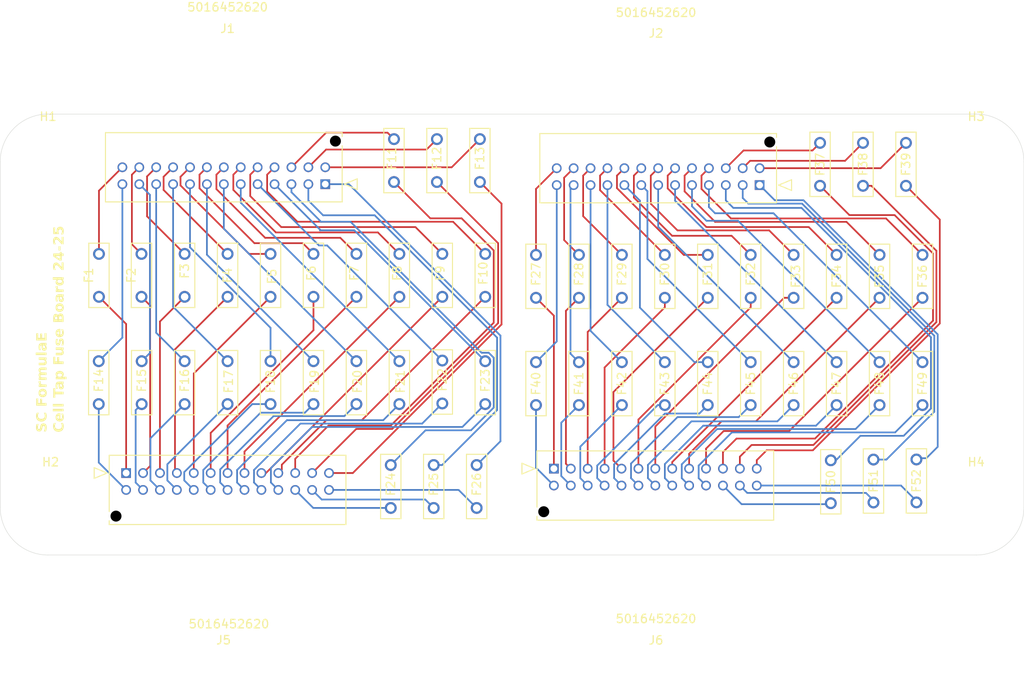
<source format=kicad_pcb>
(kicad_pcb (version 20240108) (generator "pcbnew") (generator_version "8.0")
  (layers (0 "F.Cu" signal) (31 "B.Cu" signal) (34 "B.Paste" user) (35 "F.Paste" user) (36 "B.SilkS" user "B.Silkscreen") (37 "F.SilkS" user "F.Silkscreen") (38 "B.Mask" user) (39 "F.Mask" user) (44 "Edge.Cuts" user))
  (net 0 "")
  (net 1 "Net-(J6-Pin_1)")
  (net 2 "Net-(J6-Pin_23)")
  (net 3 "Net-(J6-Pin_24)")
  (net 4 "Net-(J6-Pin_25)")
  (net 5 "Net-(J6-Pin_26)")
  (net 6 "Net-(J5-Pin_23)")
  (net 7 "Net-(J5-Pin_24)")
  (net 8 "Net-(J5-Pin_25)")
  (net 9 "Net-(J5-Pin_26)")
  (net 10 "Net-(J1-Pin_1)")
  (net 11 "Net-(J1-Pin_2)")
  (net 12 "Net-(J1-Pin_3)")
  (net 13 "Net-(J1-Pin_4)")
  (net 14 "Net-(J1-Pin_5)")
  (net 15 "Net-(J1-Pin_6)")
  (net 16 "Net-(J1-Pin_7)")
  (net 17 "Net-(J1-Pin_8)")
  (net 18 "Net-(J1-Pin_9)")
  (net 19 "Net-(J1-Pin_10)")
  (net 20 "Net-(J1-Pin_11)")
  (net 21 "Net-(J1-Pin_12)")
  (net 22 "Net-(J1-Pin_13)")
  (net 23 "Net-(J1-Pin_14)")
  (net 24 "Net-(J1-Pin_15)")
  (net 25 "Net-(J1-Pin_16)")
  (net 26 "Net-(J1-Pin_17)")
  (net 27 "Net-(J1-Pin_18)")
  (net 28 "Net-(J1-Pin_19)")
  (net 29 "Net-(J1-Pin_20)")
  (net 30 "Net-(J1-Pin_21)")
  (net 31 "Net-(J1-Pin_22)")
  (net 32 "Net-(J2-Pin_1)")
  (net 33 "Net-(J2-Pin_2)")
  (net 34 "Net-(J2-Pin_3)")
  (net 35 "Net-(J2-Pin_4)")
  (net 36 "Net-(J2-Pin_5)")
  (net 37 "Net-(J2-Pin_6)")
  (net 38 "Net-(J2-Pin_7)")
  (net 39 "Net-(J2-Pin_8)")
  (net 40 "Net-(J2-Pin_9)")
  (net 41 "Net-(J2-Pin_10)")
  (net 42 "Net-(J2-Pin_11)")
  (net 43 "Net-(J2-Pin_12)")
  (net 44 "Net-(J2-Pin_13)")
  (net 45 "Net-(J2-Pin_14)")
  (net 46 "Net-(J2-Pin_15)")
  (net 47 "Net-(J2-Pin_16)")
  (net 48 "Net-(J2-Pin_17)")
  (net 49 "Net-(J2-Pin_18)")
  (net 50 "Net-(J2-Pin_19)")
  (net 51 "Net-(J2-Pin_20)")
  (net 52 "Net-(J2-Pin_21)")
  (net 53 "Net-(J2-Pin_22)")
  (net 54 "Net-(J5-Pin_1)")
  (net 55 "Net-(J5-Pin_2)")
  (net 56 "Net-(J5-Pin_3)")
  (net 57 "Net-(J5-Pin_4)")
  (net 58 "Net-(J5-Pin_5)")
  (net 59 "Net-(J5-Pin_6)")
  (net 60 "Net-(J5-Pin_7)")
  (net 61 "Net-(J5-Pin_8)")
  (net 62 "Net-(J5-Pin_9)")
  (net 63 "Net-(J5-Pin_10)")
  (net 64 "Net-(J5-Pin_11)")
  (net 65 "Net-(J5-Pin_12)")
  (net 66 "Net-(J5-Pin_13)")
  (net 67 "Net-(J5-Pin_14)")
  (net 68 "Net-(J5-Pin_15)")
  (net 69 "Net-(J5-Pin_16)")
  (net 70 "Net-(J5-Pin_17)")
  (net 71 "Net-(J5-Pin_18)")
  (net 72 "Net-(J5-Pin_19)")
  (net 73 "Net-(J5-Pin_20)")
  (net 74 "Net-(J5-Pin_21)")
  (net 75 "Net-(J5-Pin_22)")
  (net 76 "Net-(J6-Pin_2)")
  (net 77 "Net-(J6-Pin_3)")
  (net 78 "Net-(J6-Pin_4)")
  (net 79 "Net-(J6-Pin_5)")
  (net 80 "Net-(J6-Pin_6)")
  (net 81 "Net-(J6-Pin_7)")
  (net 82 "Net-(J6-Pin_8)")
  (net 83 "Net-(J6-Pin_9)")
  (net 84 "Net-(J6-Pin_10)")
  (net 85 "Net-(J6-Pin_11)")
  (net 86 "Net-(J6-Pin_12)")
  (net 87 "Net-(J6-Pin_13)")
  (net 88 "Net-(J6-Pin_14)")
  (net 89 "Net-(J6-Pin_15)")
  (net 90 "Net-(J6-Pin_16)")
  (net 91 "Net-(J6-Pin_17)")
  (net 92 "Net-(J6-Pin_18)")
  (net 93 "Net-(J6-Pin_19)")
  (net 94 "Net-(J6-Pin_20)")
  (net 95 "Net-(J6-Pin_21)")
  (net 96 "Net-(J6-Pin_22)")
  (net 97 "Net-(J2-Pin_23)")
  (net 98 "Net-(J2-Pin_24)")
  (net 99 "Net-(J2-Pin_25)")
  (net 100 "Net-(J2-Pin_26)")
  (net 101 "Net-(J1-Pin_23)")
  (net 102 "Net-(J1-Pin_24)")
  (net 103 "Net-(J1-Pin_25)")
  (net 104 "Net-(J1-Pin_26)")
  (footprint "BK_PCS:FUSE_BK_PCS" (layer "F.Cu") (at 131.96 79.46 -90)
    (property "Reference" "F33")
    (property "Value" "Fuse")
  )
  (footprint "BK_PCS:FUSE_BK_PCS" (layer "F.Cu") (at 84.681999 65.756 -90)
    (property "Reference" "F11")
    (property "Value" "Fuse" (hide yes))
  )
  (footprint "BK_PCS:FUSE_BK_PCS" (layer "F.Cu") (at 75.156999 92.045 -90)
    (property "Reference" "F19")
    (property "Value" "Fuse" (hide yes))
  )
  (footprint "BK_PCS:FUSE_BK_PCS" (layer "F.Cu") (at 126.88 92.16 -90)
    (property "Reference" "F45")
    (property "Value" "Fuse")
  )
  (footprint "BK_PCS:FUSE_BK_PCS" (layer "F.Cu") (at 70.076999 92.045 -90)
    (property "Reference" "F18")
    (property "Value" "Fuse" (hide yes))
  )
  (footprint "BK_PCS:FUSE_BK_PCS" (layer "F.Cu") (at 95.476999 79.345 -90)
    (property "Reference" "F10")
    (property "Value" "Fuse" (hide yes))
  )
  (footprint "BK_PCS:FUSE_BK_PCS" (layer "F.Cu") (at 49.782399 79.345 -90)
    (property "Reference" "F1")
    (property "Value" "Fuse")
  )
  (footprint "BK_PCS:FUSE_BK_PCS" (layer "F.Cu") (at 54.836999 92.045 -90)
    (property "Reference" "F15")
    (property "Value" "Fuse" (hide yes))
  )
  (footprint "BK_PCS:FUSE_BK_PCS" (layer "F.Cu") (at 49.756999 92.045 -90)
    (property "Reference" "F14")
    (property "Value" "Fuse" (hide yes))
  )
  (footprint "BK_PCS:FUSE_BK_PCS" (layer "F.Cu") (at 75.156999 79.345 -90)
    (property "Reference" "F6")
    (property "Value" "Fuse" (hide yes))
  )
  (footprint "BK_PCS:FUSE_BK_PCS" (layer "F.Cu") (at 121.8 92.16 -90)
    (property "Reference" "F44")
    (property "Value" "Fuse" (hide yes))
  )
  (footprint "BK_PCS:FUSE_BK_PCS" (layer "F.Cu") (at 101.48 92.16 -90)
    (property "Reference" "F40")
    (property "Value" "Fuse" (hide yes))
  )
  (footprint "BK_PCS:FUSE_BK_PCS" (layer "F.Cu") (at 140.1642 66.2012 -90)
    (property "Reference" "F38")
    (property "Value" "Fuse" (hide yes))
  )
  (footprint "MountingHole:MountingHole_4.3mm_M4" (layer "F.Cu") (at 44.054999 106.75)
    (property "Reference" "H2")
    (property "Value" "MountingHole")
  )
  (footprint "BK_PCS:FUSE_BK_PCS" (layer "F.Cu") (at 131.96 92.16 -90)
    (property "Reference" "F46")
    (property "Value" "Fuse")
  )
  (footprint "BK_PCS:FUSE_BK_PCS" (layer "F.Cu") (at 90.396999 91.9688 -90)
    (property "Reference" "F22")
    (property "Value" "Fuse" (hide yes))
  )
  (footprint "BK_PCS:FUSE_BK_PCS" (layer "F.Cu") (at 84.300999 104.3386 -90)
    (property "Reference" "F24")
    (property "Value" "Fuse")
  )
  (footprint "BK_PCS:FUSE_BK_PCS" (layer "F.Cu") (at 106.56 79.46 -90)
    (property "Reference" "F28")
    (property "Value" "Fuse")
  )
  (footprint "Connector_Molex:CON_5016452620_MOL" (layer "F.Cu") (at 103.5958 102.224999)
    (property "Reference" "J6")
    (property "Value" "5016452620")
  )
  (footprint "BK_PCS:FUSE_BK_PCS" (layer "F.Cu") (at 126.88 79.46 -90)
    (property "Reference" "F32")
    (property "Value" "Fuse")
  )
  (footprint "BK_PCS:FUSE_BK_PCS" (layer "F.Cu") (at 147.2 92.16 -90)
    (property "Reference" "F49")
    (property "Value" "Fuse")
  )
  (footprint "BK_PCS:FUSE_BK_PCS" (layer "F.Cu") (at 111.64 79.46 -90)
    (property "Reference" "F29")
    (property "Value" "Fuse")
  )
  (footprint "BK_PCS:FUSE_BK_PCS" (layer "F.Cu") (at 94.460999 104.3386 -90)
    (property "Reference" "F26")
    (property "Value" "Fuse")
  )
  (footprint "Connector_Molex:CON_5016452620_MOL" (layer "F.Cu") (at 52.997 102.744999)
    (property "Reference" "J5")
    (property "Value" "5016452620")
  )
  (footprint "BK_PCS:FUSE_BK_PCS" (layer "F.Cu") (at 136.3542 103.7804 -90)
    (property "Reference" "F50")
    (property "Value" "Fuse")
  )
  (footprint "BK_PCS:FUSE_BK_PCS" (layer "F.Cu") (at 116.72 92.16 -90)
    (property "Reference" "F43")
    (property "Value" "Fuse" (hide yes))
  )
  (footprint "MountingHole:MountingHole_4.3mm_M4" (layer "F.Cu") (at 43.754999 65.85)
    (property "Reference" "H1")
    (property "Value" "MountingHole")
  )
  (footprint "BK_PCS:FUSE_BK_PCS" (layer "F.Cu") (at 85.316999 79.345 -90)
    (property "Reference" "F8")
    (property "Value" "Fuse" (hide yes))
  )
  (footprint "BK_PCS:FUSE_BK_PCS" (layer "F.Cu") (at 54.811599 79.345 -90)
    (property "Reference" "F2")
    (property "Value" "Fuse")
  )
  (footprint "MountingHole:MountingHole_4.3mm_M4" (layer "F.Cu") (at 153.55 65.85)
    (property "Reference" "H3")
    (property "Value" "MountingHole")
  )
  (footprint "BK_PCS:FUSE_BK_PCS" (layer "F.Cu") (at 111.64 92.16 -90)
    (property "Reference" "F42")
    (property "Value" "Fuse" (hide yes))
  )
  (footprint "BK_PCS:FUSE_BK_PCS" (layer "F.Cu") (at 137.04 92.16 -90)
    (property "Reference" "F47")
    (property "Value" "Fuse")
  )
  (footprint "BK_PCS:FUSE_BK_PCS" (layer "F.Cu") (at 101.48 79.46 -90)
    (property "Reference" "F27")
    (property "Value" "Fuse")
  )
  (footprint "BK_PCS:FUSE_BK_PCS" (layer "F.Cu") (at 64.996999 79.345 -90)
    (property "Reference" "F4")
    (property "Value" "Fuse")
  )
  (footprint "BK_PCS:FUSE_BK_PCS" (layer "F.Cu") (at 89.380999 104.3386 -90)
    (property "Reference" "F25")
    (property "Value" "Fuse")
  )
  (footprint "BK_PCS:FUSE_BK_PCS" (layer "F.Cu") (at 116.72 79.46 -90)
    (property "Reference" "F30")
    (property "Value" "Fuse")
  )
  (footprint "Connector_Molex:CON_5016452620_MOL" (layer "F.Cu") (at 76.552 68.55 180)
    (property "Reference" "J1")
    (property "Value" "5016452620")
  )
  (footprint "BK_PCS:FUSE_BK_PCS" (layer "F.Cu") (at 142.12 79.46 -90)
    (property "Reference" "F35")
    (property "Value" "Fuse" (hide yes))
  )
  (footprint "BK_PCS:FUSE_BK_PCS" (layer "F.Cu") (at 137.04 79.46 -90)
    (property "Reference" "F34")
    (property "Value" "Fuse")
  )
  (footprint "BK_PCS:FUSE_BK_PCS" (layer "F.Cu") (at 106.56 92.16 -90)
    (property "Reference" "F41")
    (property "Value" "Fuse" (hide yes))
  )
  (footprint "BK_PCS:FUSE_BK_PCS" (layer "F.Cu") (at 141.4016 103.6904 -90)
    (property "Reference" "F51")
    (property "Value" "Fuse")
  )
  (footprint "Connector_Molex:CON_5016452620_MOL" (layer "F.Cu") (at 127.9336 68.658401 180)
    (property "Reference" "J2")
    (property "Value" "5016452620")
  )
  (footprint "BK_PCS:FUSE_BK_PCS" (layer "F.Cu") (at 135.0842 66.2012 -90)
    (property "Reference" "F37")
    (property "Value" "Fuse" (hide yes))
  )
  (footprint "BK_PCS:FUSE_BK_PCS" (layer "F.Cu") (at 85.316999 92.045 -90)
    (property "Reference" "F21")
    (property "Value" "Fuse" (hide yes))
  )
  (footprint "BK_PCS:FUSE_BK_PCS" (layer "F.Cu") (at 121.8 79.46 -90)
    (property "Reference" "F31")
    (property "Value" "Fuse")
  )
  (footprint "BK_PCS:FUSE_BK_PCS" (layer "F.Cu") (at 147.2 79.46 -90)
    (property "Reference" "F36")
    (property "Value" "Fuse" (hide yes))
  )
  (footprint "MountingHole:MountingHole_4.3mm_M4" (layer "F.Cu") (at 153.55 106.75)
    (property "Reference" "H4")
    (property "Value" "MountingHole")
  )
  (footprint "BK_PCS:FUSE_BK_PCS" (layer "F.Cu") (at 146.4816 103.6804 -90)
    (property "Reference" "F52")
    (property "Value" "Fuse")
  )
  (footprint "BK_PCS:FUSE_BK_PCS" (layer "F.Cu") (at 70.076999 79.345 -90)
    (property "Reference" "F5")
    (property "Value" "Fuse" (hide yes))
  )
  (footprint "BK_PCS:FUSE_BK_PCS" (layer "F.Cu") (at 94.841999 65.756 -90)
    (property "Reference" "F13")
    (property "Value" "Fuse" (hide yes))
  )
  (footprint "BK_PCS:FUSE_BK_PCS" (layer "F.Cu") (at 80.236999 79.345 -90)
    (property "Reference" "F7")
    (property "Value" "Fuse" (hide yes))
  )
  (footprint "BK_PCS:FUSE_BK_PCS" (layer "F.Cu") (at 59.916999 92.045 -90)
    (property "Reference" "F16")
    (property "Value" "Fuse" (hide yes))
  )
  (footprint "BK_PCS:FUSE_BK_PCS" (layer "F.Cu") (at 90.396999 79.345 -90)
    (property "Reference" "F9")
    (property "Value" "Fuse" (hide yes))
  )
  (footprint "BK_PCS:FUSE_BK_PCS" (layer "F.Cu") (at 59.916999 79.345 -90)
    (property "Reference" "F3")
    (property "Value" "Fuse")
  )
  (footprint "BK_PCS:FUSE_BK_PCS" (layer "F.Cu") (at 64.996999 92.045 -90)
    (property "Reference" "F17")
    (property "Value" "Fuse" (hide yes))
  )
  (footprint "BK_PCS:FUSE_BK_PCS" (layer "F.Cu") (at 145.2442 66.2012 -90)
    (property "Reference" "F39")
    (property "Value" "Fuse" (hide yes))
  )
  (footprint "BK_PCS:FUSE_BK_PCS" (layer "F.Cu") (at 89.761999 65.756 -90)
    (property "Reference" "F12")
    (property "Value" "Fuse" (hide yes))
  )
  (footprint "BK_PCS:FUSE_BK_PCS" (layer "F.Cu") (at 142.12 92.16 -90)
    (property "Reference" "F48")
    (property "Value" "Fuse")
  )
  (footprint "BK_PCS:FUSE_BK_PCS" (layer "F.Cu") (at 80.236999 92.045 -90)
    (property "Reference" "F20")
    (property "Value" "Fuse" (hide yes))
  )
  (footprint "BK_PCS:FUSE_BK_PCS" (layer "F.Cu") (at 95.476999 92.045 -90)
    (property "Reference" "F23")
    (property "Value" "Fuse")
  )
  (gr_arc (start 153.55 60.25) (mid 157.545153 61.904847) (end 159.2 65.9) (stroke (width 0.05)) (layer "Edge.Cuts"))
  (gr_line (start 153.55 60.25) (end 43.75 60.25) (stroke (width 0.05)) (layer "Edge.Cuts"))
  (gr_arc (start 159.2 106.8) (mid 157.545153 110.795153) (end 153.55 112.45) (stroke (width 0.05)) (layer "Edge.Cuts"))
  (gr_line (start 38.1 65.9) (end 38.1 106.8) (stroke (width 0.05)) (layer "Edge.Cuts"))
  (gr_line (start 159.2 65.9) (end 159.2 106.8) (stroke (width 0.05)) (layer "Edge.Cuts"))
  (gr_arc (start 38.1 65.9) (mid 39.754847 61.904847) (end 43.75 60.25) (stroke (width 0.05)) (layer "Edge.Cuts"))
  (gr_line (start 43.75 112.45) (end 153.55 112.45) (stroke (width 0.05)) (layer "Edge.Cuts"))
  (gr_arc (start 43.75 112.45) (mid 39.754847 110.795153) (end 38.1 106.8) (stroke (width 0.05)) (layer "Edge.Cuts"))
  (gr_text "SC FormulaE\nCell Tap Fuse Board 24-25" (at 45.8 97.95 90) (layer "F.SilkS") (effects (font (size 1.2 1.2) (thickness 0.24) (bold yes)) (justify left bottom)))
  (segment (start 103.5958 102.224999) (end 103.5958 84.1158) (width 0.2) (layer "F.Cu") (net 1))
  (segment (start 103.5958 84.1158) (end 101.48 82) (width 0.2) (layer "F.Cu") (net 1))
  (segment (start 120.7208 103.35) (end 120.7208 101.862562) (width 0.2) (layer "B.Cu") (net 2))
  (segment (start 120.7208 101.862562) (end 124.644962 97.9384) (width 0.2) (layer "B.Cu") (net 2))
  (segment (start 124.644962 97.9384) (end 143.9616 97.9384) (width 0.2) (layer "B.Cu") (net 2))
  (segment (start 121.5958 104.225) (end 120.7208 103.35) (width 0.2) (layer "B.Cu") (net 2))
  (segment (start 143.9616 97.9384) (end 147.2 94.7) (width 0.2) (layer "B.Cu") (net 2))
  (segment (start 135.8672 106.4304) (end 136.3542 106.9174) (width 0.2) (layer "B.Cu") (net 3))
  (segment (start 125.801201 106.4304) (end 135.8672 106.4304) (width 0.2) (layer "B.Cu") (net 3))
  (segment (start 123.595801 104.225) (end 125.801201 106.4304) (width 0.2) (layer "B.Cu") (net 3))
  (segment (start 140.5112 105.1) (end 141.4342 106.023) (width 0.2) (layer "B.Cu") (net 4))
  (segment (start 126.470799 105.1) (end 140.5112 105.1) (width 0.2) (layer "B.Cu") (net 4))
  (segment (start 125.595799 104.225) (end 126.470799 105.1) (width 0.2) (layer "B.Cu") (net 4))
  (segment (start 144.6562 104.225) (end 146.5142 106.083) (width 0.2) (layer "B.Cu") (net 5))
  (segment (start 127.5958 104.225) (end 144.6562 104.225) (width 0.2) (layer "B.Cu") (net 5))
  (segment (start 70.997 104.745) (end 70.122 103.87) (width 0.2) (layer "B.Cu") (net 6))
  (segment (start 92.771999 97.29) (end 95.476999 94.585) (width 0.2) (layer "B.Cu") (net 6))
  (segment (start 70.122 103.87) (end 70.122 102.159999) (width 0.2) (layer "B.Cu") (net 6))
  (segment (start 74.991999 97.29) (end 92.771999 97.29) (width 0.2) (layer "B.Cu") (net 6))
  (segment (start 70.122 102.159999) (end 74.991999 97.29) (width 0.2) (layer "B.Cu") (net 6))
  (segment (start 72.997001 104.745) (end 75.130601 106.8786) (width 0.2) (layer "B.Cu") (net 7))
  (segment (start 75.130601 106.8786) (end 84.300999 106.8786) (width 0.2) (layer "B.Cu") (net 7))
  (segment (start 74.996999 104.745) (end 76.132099 105.8801) (width 0.2) (layer "B.Cu") (net 8))
  (segment (start 76.132099 105.8801) (end 88.382499 105.8801) (width 0.2) (layer "B.Cu") (net 8))
  (segment (start 88.382499 105.8801) (end 89.380999 106.8786) (width 0.2) (layer "B.Cu") (net 8))
  (segment (start 76.997 104.745) (end 92.327399 104.745) (width 0.2) (layer "B.Cu") (net 9))
  (segment (start 92.327399 104.745) (end 94.460999 106.8786) (width 0.2) (layer "B.Cu") (net 9))
  (segment (start 79.347999 68.55) (end 76.552 68.55) (width 0.2) (layer "B.Cu") (net 10))
  (segment (start 97.275499 98.9841) (end 97.275499 86.4775) (width 0.2) (layer "B.Cu") (net 10))
  (segment (start 94.460999 101.7986) (end 97.275499 98.9841) (width 0.2) (layer "B.Cu") (net 10))
  (segment (start 97.275499 86.4775) (end 79.347999 68.55) (width 0.2) (layer "B.Cu") (net 10))
  (segment (start 89.380999 101.7986) (end 90.368827 101.7986) (width 0.2) (layer "B.Cu") (net 11))
  (segment (start 96.875499 95.291928) (end 96.875499 86.7125) (width 0.2) (layer "B.Cu") (net 11))
  (segment (start 74.551999 70.485) (end 74.551999 68.55) (width 0.2) (layer "B.Cu") (net 11))
  (segment (start 82.395999 72.233) (end 76.299999 72.233) (width 0.2) (layer "B.Cu") (net 11))
  (segment (start 90.368827 101.7986) (end 96.875499 95.291928) (width 0.2) (layer "B.Cu") (net 11))
  (segment (start 96.875499 86.7125) (end 82.395999 72.233) (width 0.2) (layer "B.Cu") (net 11))
  (segment (start 76.299999 72.233) (end 74.551999 70.485) (width 0.2) (layer "B.Cu") (net 11))
  (segment (start 84.300999 101.7986) (end 88.409599 97.69) (width 0.2) (layer "B.Cu") (net 12))
  (segment (start 79.532684 72.995) (end 76.045999 72.995) (width 0.2) (layer "B.Cu") (net 12))
  (segment (start 76.045999 72.995) (end 72.552 69.501001) (width 0.2) (layer "B.Cu") (net 12))
  (segment (start 72.552 69.501001) (end 72.552 68.55) (width 0.2) (layer "B.Cu") (net 12))
  (segment (start 88.409599 97.69) (end 93.784092 97.69) (width 0.2) (layer "B.Cu") (net 12))
  (segment (start 96.475499 89.091407) (end 95.890592 88.5065) (width 0.2) (layer "B.Cu") (net 12))
  (segment (start 95.044184 88.5065) (end 79.532684 72.995) (width 0.2) (layer "B.Cu") (net 12))
  (segment (start 95.890592 88.5065) (end 95.044184 88.5065) (width 0.2) (layer "B.Cu") (net 12))
  (segment (start 96.475499 94.998593) (end 96.475499 89.091407) (width 0.2) (layer "B.Cu") (net 12))
  (segment (start 93.784092 97.69) (end 96.475499 94.998593) (width 0.2) (layer "B.Cu") (net 12))
  (segment (start 79.982999 74.011) (end 75.918999 74.011) (width 0.2) (layer "B.Cu") (net 13))
  (segment (start 95.476999 89.505) (end 79.982999 74.011) (width 0.2) (layer "B.Cu") (net 13))
  (segment (start 75.918999 74.011) (end 75.918999 73.917) (width 0.2) (layer "B.Cu") (net 13))
  (segment (start 75.918999 73.917) (end 70.551999 68.55) (width 0.2) (layer "B.Cu") (net 13))
  (segment (start 76.774699 75.8065) (end 75.808501 75.8065) (width 0.2) (layer "B.Cu") (net 14))
  (segment (start 75.808501 75.8065) (end 68.552001 68.55) (width 0.2) (layer "B.Cu") (net 14))
  (segment (start 90.396999 89.4288) (end 76.774699 75.8065) (width 0.2) (layer "B.Cu") (net 14))
  (segment (start 85.316999 89.505) (end 66.552 70.740001) (width 0.2) (layer "B.Cu") (net 15))
  (segment (start 66.552 70.740001) (end 66.552 68.55) (width 0.2) (layer "B.Cu") (net 15))
  (segment (start 64.552001 73.820002) (end 64.552001 68.55) (width 0.2) (layer "B.Cu") (net 16))
  (segment (start 80.236999 89.505) (end 64.552001 73.820002) (width 0.2) (layer "B.Cu") (net 16))
  (segment (start 75.156999 89.505) (end 62.552 76.900001) (width 0.2) (layer "B.Cu") (net 17))
  (segment (start 62.552 76.900001) (end 62.552 68.55) (width 0.2) (layer "B.Cu") (net 17))
  (segment (start 70.076999 85.552907) (end 60.551999 76.027907) (width 0.2) (layer "B.Cu") (net 18))
  (segment (start 60.551999 76.027907) (end 60.551999 68.55) (width 0.2) (layer "B.Cu") (net 18))
  (segment (start 70.076999 89.505) (end 70.076999 85.552907) (width 0.2) (layer "B.Cu") (net 18))
  (segment (start 64.996999 89.505) (end 58.552 83.060001) (width 0.2) (layer "B.Cu") (net 19))
  (segment (start 58.552 83.060001) (end 58.552 68.55) (width 0.2) (layer "B.Cu") (net 19))
  (segment (start 56.551999 86.14) (end 56.551999 68.55) (width 0.2) (layer "B.Cu") (net 20))
  (segment (start 59.916999 89.505) (end 56.551999 86.14) (width 0.2) (layer "B.Cu") (net 20))
  (segment (start 55.810099 69.808098) (end 54.552001 68.55) (width 0.2) (layer "B.Cu") (net 21))
  (segment (start 55.810099 88.5319) (end 55.810099 69.808098) (width 0.2) (layer "B.Cu") (net 21))
  (segment (start 54.836999 89.505) (end 55.810099 88.5319) (width 0.2) (layer "B.Cu") (net 21))
  (segment (start 52.552 86.709999) (end 52.552 68.55) (width 0.2) (layer "B.Cu") (net 22))
  (segment (start 49.756999 89.505) (end 52.552 86.709999) (width 0.2) (layer "B.Cu") (net 22))
  (segment (start 91.508 66.549999) (end 94.841999 63.216) (width 0.2) (layer "F.Cu") (net 23))
  (segment (start 76.552 66.549999) (end 91.508 66.549999) (width 0.2) (layer "F.Cu") (net 23))
  (segment (start 88.527999 64.45) (end 89.761999 63.216) (width 0.2) (layer "F.Cu") (net 24))
  (segment (start 74.551999 66.549999) (end 76.651998 64.45) (width 0.2) (layer "F.Cu") (net 24))
  (segment (start 76.651998 64.45) (end 88.527999 64.45) (width 0.2) (layer "F.Cu") (net 24))
  (segment (start 72.552 66.549999) (end 76.651999 62.45) (width 0.2) (layer "F.Cu") (net 25))
  (segment (start 76.651999 62.45) (end 83.915999 62.45) (width 0.2) (layer "F.Cu") (net 25))
  (segment (start 83.915999 62.45) (end 84.681999 63.216) (width 0.2) (layer "F.Cu") (net 25))
  (segment (start 69.676999 69.42) (end 73.251999 72.995) (width 0.2) (layer "F.Cu") (net 26))
  (segment (start 73.251999 72.995) (end 91.666999 72.995) (width 0.2) (layer "F.Cu") (net 26))
  (segment (start 91.666999 72.995) (end 95.476999 76.805) (width 0.2) (layer "F.Cu") (net 26))
  (segment (start 70.551999 66.549999) (end 69.676999 67.424999) (width 0.2) (layer "F.Cu") (net 26))
  (segment (start 69.676999 67.424999) (end 69.676999 69.42) (width 0.2) (layer "F.Cu") (net 26))
  (segment (start 67.677001 67.424999) (end 67.677001 69.960002) (width 0.2) (layer "F.Cu") (net 27))
  (segment (start 87.221999 73.63) (end 90.396999 76.805) (width 0.2) (layer "F.Cu") (net 27))
  (segment (start 71.346999 73.63) (end 87.221999 73.63) (width 0.2) (layer "F.Cu") (net 27))
  (segment (start 67.677001 69.960002) (end 71.346999 73.63) (width 0.2) (layer "F.Cu") (net 27))
  (segment (start 68.552001 66.549999) (end 67.677001 67.424999) (width 0.2) (layer "F.Cu") (net 27))
  (segment (start 65.677 67.424999) (end 65.677 69.230001) (width 0.2) (layer "F.Cu") (net 28))
  (segment (start 66.552 66.549999) (end 65.677 67.424999) (width 0.2) (layer "F.Cu") (net 28))
  (segment (start 65.677 69.230001) (end 70.711999 74.265) (width 0.2) (layer "F.Cu") (net 28))
  (segment (start 70.711999 74.265) (end 82.776999 74.265) (width 0.2) (layer "F.Cu") (net 28))
  (segment (start 82.776999 74.265) (end 85.316999 76.805) (width 0.2) (layer "F.Cu") (net 28))
  (segment (start 78.331999 74.9) (end 80.236999 76.805) (width 0.2) (layer "F.Cu") (net 29))
  (segment (start 63.677001 69.135002) (end 69.441999 74.9) (width 0.2) (layer "F.Cu") (net 29))
  (segment (start 69.441999 74.9) (end 78.331999 74.9) (width 0.2) (layer "F.Cu") (net 29))
  (segment (start 63.677001 67.424999) (end 63.677001 69.135002) (width 0.2) (layer "F.Cu") (net 29))
  (segment (start 64.552001 66.549999) (end 63.677001 67.424999) (width 0.2) (layer "F.Cu") (net 29))
  (segment (start 68.171999 75.535) (end 73.886999 75.535) (width 0.2) (layer "F.Cu") (net 30))
  (segment (start 61.677 69.040001) (end 68.171999 75.535) (width 0.2) (layer "F.Cu") (net 30))
  (segment (start 62.552 66.549999) (end 61.677 67.424999) (width 0.2) (layer "F.Cu") (net 30))
  (segment (start 73.886999 75.535) (end 75.156999 76.805) (width 0.2) (layer "F.Cu") (net 30))
  (segment (start 61.677 67.424999) (end 61.677 69.040001) (width 0.2) (layer "F.Cu") (net 30))
  (segment (start 59.427 67.674998) (end 60.551999 66.549999) (width 0.2) (layer "F.Cu") (net 31))
  (segment (start 67.536999 76.805) (end 59.427 68.695001) (width 0.2) (layer "F.Cu") (net 31))
  (segment (start 59.427 68.695001) (end 59.427 67.674998) (width 0.2) (layer "F.Cu") (net 31))
  (segment (start 70.076999 76.805) (end 67.536999 76.805) (width 0.2) (layer "F.Cu") (net 31))
  (segment (start 129.724599 70.4494) (end 133.116286 70.4494) (width 0.2) (layer "B.Cu") (net 32))
  (segment (start 127.9336 68.658401) (end 129.724599 70.4494) (width 0.2) (layer "B.Cu") (net 32))
  (segment (start 146.6316 100.9904) (end 146.4816 101.1404) (width 0.2) (layer "B.Cu") (net 32))
  (segment (start 148.9985 99.6435) (end 147.6516 100.9904) (width 0.2) (layer "B.Cu") (net 32))
  (segment (start 148.9985 86.331615) (end 148.9985 99.6435) (width 0.2) (layer "B.Cu") (net 32))
  (segment (start 147.6516 100.9904) (end 146.6316 100.9904) (width 0.2) (layer "B.Cu") (net 32))
  (segment (start 133.116286 70.4494) (end 148.9985 86.331615) (width 0.2) (layer "B.Cu") (net 32))
  (segment (start 148.5985 86.4973) (end 132.9506 70.8494) (width 0.2) (layer "B.Cu") (net 33))
  (segment (start 126.6006 70.8494) (end 125.933599 70.182399) (width 0.2) (layer "B.Cu") (net 33))
  (segment (start 143.0016 101.0804) (end 148.5985 95.4835) (width 0.2) (layer "B.Cu") (net 33))
  (segment (start 132.9506 70.8494) (end 126.6006 70.8494) (width 0.2) (layer "B.Cu") (net 33))
  (segment (start 125.933599 70.182399) (end 125.933599 68.658401) (width 0.2) (layer "B.Cu") (net 33))
  (segment (start 148.5985 95.4835) (end 148.5985 86.4973) (width 0.2) (layer "B.Cu") (net 33))
  (segment (start 141.4016 101.1504) (end 142.9316 101.1504) (width 0.2) (layer "B.Cu") (net 33))
  (segment (start 142.9316 101.1504) (end 143.0016 101.0804) (width 0.2) (layer "B.Cu") (net 33))
  (segment (start 132.889493 71.3574) (end 124.8226 71.3574) (width 0.2) (layer "B.Cu") (net 34))
  (segment (start 136.3542 101.8374) (end 139.8532 98.3384) (width 0.2) (layer "B.Cu") (net 34))
  (segment (start 123.9336 70.4684) (end 123.9336 68.658401) (width 0.2) (layer "B.Cu") (net 34))
  (segment (start 124.8226 71.3574) (end 123.9336 70.4684) (width 0.2) (layer "B.Cu") (net 34))
  (segment (start 148.1985 95.113593) (end 148.1985 86.666407) (width 0.2) (layer "B.Cu") (net 34))
  (segment (start 144.973693 98.3384) (end 148.1985 95.113593) (width 0.2) (layer "B.Cu") (net 34))
  (segment (start 139.8532 98.3384) (end 144.973693 98.3384) (width 0.2) (layer "B.Cu") (net 34))
  (segment (start 148.1985 86.666407) (end 132.889493 71.3574) (width 0.2) (layer "B.Cu") (net 34))
  (segment (start 121.933599 71.262399) (end 121.933599 68.658401) (width 0.2) (layer "B.Cu") (net 35))
  (segment (start 122.6636 71.9924) (end 121.933599 71.262399) (width 0.2) (layer "B.Cu") (net 35))
  (segment (start 147.2 89.62) (end 129.5724 71.9924) (width 0.2) (layer "B.Cu") (net 35))
  (segment (start 129.5724 71.9924) (end 122.6636 71.9924) (width 0.2) (layer "B.Cu") (net 35))
  (segment (start 121.6476 72.8814) (end 119.933601 71.167401) (width 0.2) (layer "B.Cu") (net 36))
  (segment (start 125.3814 72.8814) (end 121.6476 72.8814) (width 0.2) (layer "B.Cu") (net 36))
  (segment (start 142.12 89.62) (end 125.3814 72.8814) (width 0.2) (layer "B.Cu") (net 36))
  (segment (start 119.933601 71.167401) (end 119.933601 68.658401) (width 0.2) (layer "B.Cu") (net 36))
  (segment (start 117.9336 70.5136) (end 117.9336 68.658401) (width 0.2) (layer "B.Cu") (net 37))
  (segment (start 137.04 89.62) (end 117.9336 70.5136) (width 0.2) (layer "B.Cu") (net 37))
  (segment (start 115.933601 68.658401) (end 115.933601 73.593601) (width 0.2) (layer "B.Cu") (net 38))
  (segment (start 115.933601 73.593601) (end 131.96 89.62) (width 0.2) (layer "B.Cu") (net 38))
  (segment (start 114.6626 69.387401) (end 113.9336 68.658401) (width 0.2) (layer "B.Cu") (net 39))
  (segment (start 126.88 89.62) (end 114.6626 77.4026) (width 0.2) (layer "B.Cu") (net 39))
  (segment (start 114.6626 77.4026) (end 114.6626 69.387401) (width 0.2) (layer "B.Cu") (net 39))
  (segment (start 121.8 89.62) (end 120.2252 89.62) (width 0.2) (layer "B.Cu") (net 40))
  (segment (start 113.7736 70.498402) (end 111.933599 68.658401) (width 0.2) (layer "B.Cu") (net 40))
  (segment (start 113.7736 83.1684) (end 113.7736 70.498402) (width 0.2) (layer "B.Cu") (net 40))
  (segment (start 120.2252 89.62) (end 113.7736 83.1684) (width 0.2) (layer "B.Cu") (net 40))
  (segment (start 109.9336 82.8336) (end 109.9336 68.658401) (width 0.2) (layer "B.Cu") (net 41))
  (segment (start 116.72 89.62) (end 109.9336 82.8336) (width 0.2) (layer "B.Cu") (net 41))
  (segment (start 107.933599 85.913599) (end 107.933599 68.658401) (width 0.2) (layer "B.Cu") (net 42))
  (segment (start 111.64 89.62) (end 107.933599 85.913599) (width 0.2) (layer "B.Cu") (net 42))
  (segment (start 106.56 89.62) (end 105.5615 88.6215) (width 0.2) (layer "B.Cu") (net 43))
  (segment (start 105.5615 69.030502) (end 105.933601 68.658401) (width 0.2) (layer "B.Cu") (net 43))
  (segment (start 105.5615 88.6215) (end 105.5615 69.030502) (width 0.2) (layer "B.Cu") (net 43))
  (segment (start 103.9336 87.1664) (end 103.9336 68.658401) (width 0.2) (layer "B.Cu") (net 44))
  (segment (start 101.48 89.62) (end 103.9336 87.1664) (width 0.2) (layer "B.Cu") (net 44))
  (segment (start 127.9336 66.6584) (end 142.247 66.6584) (width 0.2) (layer "F.Cu") (net 45))
  (segment (start 142.247 66.6584) (end 145.2442 63.6612) (width 0.2) (layer "F.Cu") (net 45))
  (segment (start 138.042 65.7834) (end 140.1642 63.6612) (width 0.2) (layer "F.Cu") (net 46))
  (segment (start 126.808599 65.7834) (end 138.042 65.7834) (width 0.2) (layer "F.Cu") (net 46))
  (segment (start 125.933599 66.6584) (end 126.808599 65.7834) (width 0.2) (layer "F.Cu") (net 46))
  (segment (start 134.186999 64.558401) (end 135.0842 63.6612) (width 0.2) (layer "F.Cu") (net 47))
  (segment (start 126.033599 64.558401) (end 134.186999 64.558401) (width 0.2) (layer "F.Cu") (net 47))
  (segment (start 123.9336 66.6584) (end 126.033599 64.558401) (width 0.2) (layer "F.Cu") (net 47))
  (segment (start 121.058599 69.117399) (end 124.5496 72.6084) (width 0.2) (layer "F.Cu") (net 48))
  (segment (start 121.058599 67.5334) (end 121.058599 69.117399) (width 0.2) (layer "F.Cu") (net 48))
  (segment (start 121.933599 66.6584) (end 121.058599 67.5334) (width 0.2) (layer "F.Cu") (net 48))
  (segment (start 142.8884 72.6084) (end 147.2 76.92) (width 0.2) (layer "F.Cu") (net 48))
  (segment (start 124.5496 72.6084) (end 142.8884 72.6084) (width 0.2) (layer "F.Cu") (net 48))
  (segment (start 142.12 76.92) (end 138.2084 73.0084) (width 0.2) (layer "F.Cu") (net 49))
  (segment (start 122.6636 73.0084) (end 119.058601 69.403401) (width 0.2) (layer "F.Cu") (net 49))
  (segment (start 119.058601 69.403401) (end 119.058601 67.5334) (width 0.2) (layer "F.Cu") (net 49))
  (segment (start 119.058601 67.5334) (end 119.933601 66.6584) (width 0.2) (layer "F.Cu") (net 49))
  (segment (start 138.2084 73.0084) (end 122.6636 73.0084) (width 0.2) (layer "F.Cu") (net 49))
  (segment (start 117.0586 69.0544) (end 121.6286 73.6244) (width 0.2) (layer "F.Cu") (net 50))
  (segment (start 117.9336 66.6584) (end 117.0586 67.5334) (width 0.2) (layer "F.Cu") (net 50))
  (segment (start 133.7444 73.6244) (end 137.04 76.92) (width 0.2) (layer "F.Cu") (net 50))
  (segment (start 117.0586 67.5334) (end 117.0586 69.0544) (width 0.2) (layer "F.Cu") (net 50))
  (segment (start 121.6286 73.6244) (end 133.7444 73.6244) (width 0.2) (layer "F.Cu") (net 50))
  (segment (start 115.058601 67.5334) (end 115.933601 66.6584) (width 0.2) (layer "F.Cu") (net 51))
  (segment (start 131.96 76.92) (end 129.0644 74.0244) (width 0.2) (layer "F.Cu") (net 51))
  (segment (start 118.2186 74.0244) (end 115.058601 70.864401) (width 0.2) (layer "F.Cu") (net 51))
  (segment (start 129.0644 74.0244) (end 118.2186 74.0244) (width 0.2) (layer "F.Cu") (net 51))
  (segment (start 115.058601 70.864401) (end 115.058601 67.5334) (width 0.2) (layer "F.Cu") (net 51))
  (segment (start 124.6194 74.6594) (end 117.5836 74.6594) (width 0.2) (layer "F.Cu") (net 52))
  (segment (start 126.88 76.92) (end 124.6194 74.6594) (width 0.2) (layer "F.Cu") (net 52))
  (segment (start 117.5836 74.6594) (end 113.0586 70.1344) (width 0.2) (layer "F.Cu") (net 52))
  (segment (start 113.0586 67.5334) (end 113.9336 66.6584) (width 0.2) (layer "F.Cu") (net 52))
  (segment (start 113.0586 70.1344) (end 113.0586 67.5334) (width 0.2) (layer "F.Cu") (net 52))
  (segment (start 118.957761 76.92) (end 111.058599 69.020838) (width 0.2) (layer "F.Cu") (net 53))
  (segment (start 111.058599 69.020838) (end 111.058599 67.5334) (width 0.2) (layer "F.Cu") (net 53))
  (segment (start 121.8 76.92) (end 118.957761 76.92) (width 0.2) (layer "F.Cu") (net 53))
  (segment (start 111.058599 67.5334) (end 111.933599 66.6584) (width 0.2) (layer "F.Cu") (net 53))
  (segment (start 52.997 85.099601) (end 52.997 102.744999) (width 0.2) (layer "F.Cu") (net 54))
  (segment (start 49.782399 81.885) (end 52.997 85.099601) (width 0.2) (layer "F.Cu") (net 54))
  (segment (start 54.811599 81.885) (end 55.835499 82.9089) (width 0.2) (layer "F.Cu") (net 55))
  (segment (start 55.835499 101.906501) (end 54.997001 102.744999) (width 0.2) (layer "F.Cu") (net 55))
  (segment (start 55.835499 82.9089) (end 55.835499 101.906501) (width 0.2) (layer "F.Cu") (net 55))
  (segment (start 56.997 84.804999) (end 56.997 102.744999) (width 0.2) (layer "F.Cu") (net 56))
  (segment (start 59.916999 81.885) (end 56.997 84.804999) (width 0.2) (layer "F.Cu") (net 56))
  (segment (start 58.773999 102.521997) (end 58.997001 102.744999) (width 0.2) (layer "F.Cu") (net 57))
  (segment (start 58.773999 88.108) (end 58.773999 102.521997) (width 0.2) (layer "F.Cu") (net 57))
  (segment (start 64.996999 81.885) (end 58.773999 88.108) (width 0.2) (layer "F.Cu") (net 57))
  (segment (start 70.076999 81.885) (end 60.996999 90.965) (width 0.2) (layer "F.Cu") (net 58))
  (segment (start 60.996999 90.965) (end 60.996999 102.744999) (width 0.2) (layer "F.Cu") (net 58))
  (segment (start 62.997 97.997092) (end 62.997 102.744999) (width 0.2) (layer "F.Cu") (net 59))
  (segment (start 75.156999 81.885) (end 75.156999 85.837093) (width 0.2) (layer "F.Cu") (net 59))
  (segment (start 75.156999 85.837093) (end 62.997 97.997092) (width 0.2) (layer "F.Cu") (net 59))
  (segment (start 80.236999 81.885) (end 64.996999 97.125) (width 0.2) (layer "F.Cu") (net 60))
  (segment (start 64.996999 97.125) (end 64.996999 102.744999) (width 0.2) (layer "F.Cu") (net 60))
  (segment (start 85.316999 81.885) (end 66.997 100.204999) (width 0.2) (layer "F.Cu") (net 61))
  (segment (start 66.997 100.204999) (end 66.997 102.744999) (width 0.2) (layer "F.Cu") (net 61))
  (segment (start 69.537 102.744999) (end 68.997001 102.744999) (width 0.2) (layer "F.Cu") (net 62))
  (segment (start 90.396999 81.885) (end 69.537 102.744999) (width 0.2) (layer "F.Cu") (net 62))
  (segment (start 76.680999 96.49) (end 71.410499 101.7605) (width 0.2) (layer "F.Cu") (net 63))
  (segment (start 71.410499 101.7605) (end 71.410499 102.3315) (width 0.2) (layer "F.Cu") (net 63))
  (segment (start 95.476999 81.885) (end 80.871999 96.49) (width 0.2) (layer "F.Cu") (net 63))
  (segment (start 71.410499 102.3315) (end 70.997 102.744999) (width 0.2) (layer "F.Cu") (net 63))
  (segment (start 80.871999 96.49) (end 76.680999 96.49) (width 0.2) (layer "F.Cu") (net 63))
  (segment (start 76.934999 97.125) (end 72.997001 101.062998) (width 0.2) (layer "F.Cu") (net 64))
  (segment (start 72.997001 101.062998) (end 72.997001 102.744999) (width 0.2) (layer "F.Cu") (net 64))
  (segment (start 84.300999 97.125) (end 76.934999 97.125) (width 0.2) (layer "F.Cu") (net 64))
  (segment (start 92.679092 72.595) (end 96.475499 76.391407) (width 0.2) (layer "F.Cu") (net 64))
  (segment (start 96.475499 76.391407) (end 96.475499 84.9505) (width 0.2) (layer "F.Cu") (net 64))
  (segment (start 88.980999 72.595) (end 92.679092 72.595) (width 0.2) (layer "F.Cu") (net 64))
  (segment (start 84.681999 68.296) (end 88.980999 72.595) (width 0.2) (layer "F.Cu") (net 64))
  (segment (start 96.475499 84.9505) (end 84.300999 97.125) (width 0.2) (layer "F.Cu") (net 64))
  (segment (start 84.466685 97.525) (end 97.000999 84.990686) (width 0.2) (layer "F.Cu") (net 65))
  (segment (start 74.996999 102.744999) (end 80.216998 97.525) (width 0.2) (layer "F.Cu") (net 65))
  (segment (start 97.000999 75.535) (end 89.761999 68.296) (width 0.2) (layer "F.Cu") (net 65))
  (segment (start 97.000999 84.990686) (end 97.000999 75.535) (width 0.2) (layer "F.Cu") (net 65))
  (segment (start 80.216998 97.525) (end 84.466685 97.525) (width 0.2) (layer "F.Cu") (net 65))
  (segment (start 97.400999 70.855) (end 97.400999 85.156372) (width 0.2) (layer "F.Cu") (net 66))
  (segment (start 97.400999 85.156372) (end 79.812372 102.744999) (width 0.2) (layer "F.Cu") (net 66))
  (segment (start 94.841999 68.296) (end 97.400999 70.855) (width 0.2) (layer "F.Cu") (net 66))
  (segment (start 79.812372 102.744999) (end 76.997 102.744999) (width 0.2) (layer "F.Cu") (net 66))
  (segment (start 49.756999 101.504999) (end 52.997 104.745) (width 0.2) (layer "B.Cu") (net 67))
  (segment (start 49.756999 94.585) (end 49.756999 101.504999) (width 0.2) (layer "B.Cu") (net 67))
  (segment (start 54.122001 95.299998) (end 54.122001 103.87) (width 0.2) (layer "B.Cu") (net 68))
  (segment (start 54.122001 103.87) (end 54.997001 104.745) (width 0.2) (layer "B.Cu") (net 68))
  (segment (start 54.836999 94.585) (end 54.122001 95.299998) (width 0.2) (layer "B.Cu") (net 68))
  (segment (start 55.872001 103.620001) (end 56.997 104.745) (width 0.2) (layer "B.Cu") (net 69))
  (segment (start 59.916999 94.585) (end 55.872001 98.629998) (width 0.2) (layer "B.Cu") (net 69))
  (segment (start 55.872001 98.629998) (end 55.872001 103.620001) (width 0.2) (layer "B.Cu") (net 69))
  (segment (start 57.872 103.619999) (end 58.997001 104.745) (width 0.2) (layer "B.Cu") (net 70))
  (segment (start 64.996999 94.585) (end 57.872 101.709999) (width 0.2) (layer "B.Cu") (net 70))
  (segment (start 57.872 101.709999) (end 57.872 103.619999) (width 0.2) (layer "B.Cu") (net 70))
  (segment (start 60.996999 104.745) (end 59.872001 103.620002) (width 0.2) (layer "B.Cu") (net 71))
  (segment (start 59.872001 103.620002) (end 59.872001 102.63256) (width 0.2) (layer "B.Cu") (net 71))
  (segment (start 59.872001 102.63256) (end 67.919561 94.585) (width 0.2) (layer "B.Cu") (net 71))
  (segment (start 67.919561 94.585) (end 70.076999 94.585) (width 0.2) (layer "B.Cu") (net 71))
  (segment (start 62.122 102.382562) (end 68.903562 95.601) (width 0.2) (layer "B.Cu") (net 72))
  (segment (start 68.903562 95.601) (end 74.140999 95.601) (width 0.2) (layer "B.Cu") (net 72))
  (segment (start 62.997 104.745) (end 62.122 103.87) (width 0.2) (layer "B.Cu") (net 72))
  (segment (start 62.122 103.87) (end 62.122 102.382562) (width 0.2) (layer "B.Cu") (net 72))
  (segment (start 74.140999 95.601) (end 75.156999 94.585) (width 0.2) (layer "B.Cu") (net 72))
  (segment (start 70.438999 96.001) (end 78.820999 96.001) (width 0.2) (layer "B.Cu") (net 73))
  (segment (start 64.121999 102.318) (end 70.438999 96.001) (width 0.2) (layer "B.Cu") (net 73))
  (segment (start 78.820999 96.001) (end 80.236999 94.585) (width 0.2) (layer "B.Cu") (net 73))
  (segment (start 64.996999 104.745) (end 64.121999 103.87) (width 0.2) (layer "B.Cu") (net 73))
  (segment (start 64.121999 103.87) (end 64.121999 102.318) (width 0.2) (layer "B.Cu") (net 73))
  (segment (start 66.122 102.382562) (end 72.014562 96.49) (width 0.2) (layer "B.Cu") (net 74))
  (segment (start 66.997 104.745) (end 66.122 103.87) (width 0.2) (layer "B.Cu") (net 74))
  (segment (start 66.122 103.87) (end 66.122 102.382562) (width 0.2) (layer "B.Cu") (net 74))
  (segment (start 72.014562 96.49) (end 83.411999 96.49) (width 0.2) (layer "B.Cu") (net 74))
  (segment (start 83.411999 96.49) (end 85.316999 94.585) (width 0.2) (layer "B.Cu") (net 74))
  (segment (start 68.122001 102.381998) (end 73.613999 96.89) (width 0.2) (layer "B.Cu") (net 75))
  (segment (start 73.613999 96.89) (end 88.015799 96.89) (width 0.2) (layer "B.Cu") (net 75))
  (segment (start 88.015799 96.89) (end 90.396999 94.5088) (width 0.2) (layer "B.Cu") (net 75))
  (segment (start 68.997001 104.745) (end 68.122001 103.87) (width 0.2) (layer "B.Cu") (net 75))
  (segment (start 68.122001 103.87) (end 68.122001 102.381998) (width 0.2) (layer "B.Cu") (net 75))
  (segment (start 105.595801 102.224999) (end 105.020802 101.65) (width 0.2) (layer "F.Cu") (net 76))
  (segment (start 105.020802 101.65) (end 105.020802 83.539198) (width 0.2) (layer "F.Cu") (net 76))
  (segment (start 105.020802 83.539198) (end 106.56 82) (width 0.2) (layer "F.Cu") (net 76))
  (segment (start 107.5958 86.0442) (end 111.64 82) (width 0.2) (layer "F.Cu") (net 77))
  (segment (start 107.5958 102.224999) (end 107.5958 86.0442) (width 0.2) (layer "F.Cu") (net 77))
  (segment (start 116.72 83.127907) (end 116.72 82) (width 0.2) (layer "F.Cu") (net 78))
  (segment (start 109.595801 102.224999) (end 109.595801 90.252106) (width 0.2) (layer "F.Cu") (net 78))
  (segment (start 109.595801 90.252106) (end 116.72 83.127907) (width 0.2) (layer "F.Cu") (net 78))
  (segment (start 110.6415 101.2707) (end 110.6415 93.1585) (width 0.2) (layer "F.Cu") (net 79))
  (segment (start 111.595799 102.224999) (end 110.6415 101.2707) (width 0.2) (layer "F.Cu") (net 79))
  (segment (start 110.6415 93.1585) (end 121.8 82) (width 0.2) (layer "F.Cu") (net 79))
  (segment (start 126.88 83.127907) (end 126.88 82) (width 0.2) (layer "F.Cu") (net 80))
  (segment (start 113.5958 96.412107) (end 126.88 83.127907) (width 0.2) (layer "F.Cu") (net 80))
  (segment (start 113.5958 102.224999) (end 113.5958 96.412107) (width 0.2) (layer "F.Cu") (net 80))
  (segment (start 115.595799 102.224999) (end 115.595799 97.236294) (width 0.2) (layer "F.Cu") (net 81))
  (segment (start 115.595799 97.236294) (end 130.832093 82) (width 0.2) (layer "F.Cu") (net 81))
  (segment (start 130.832093 82) (end 131.96 82) (width 0.2) (layer "F.Cu") (net 81))
  (segment (start 137.04 82) (end 117.5958 101.4442) (width 0.2) (layer "F.Cu") (net 82))
  (segment (start 117.5958 101.4442) (end 117.5958 102.224999) (width 0.2) (layer "F.Cu") (net 82))
  (segment (start 127.4896 96.6304) (end 123.4256 96.6304) (width 0.2) (layer "F.Cu") (net 83))
  (segment (start 142.12 82) (end 127.4896 96.6304) (width 0.2) (layer "F.Cu") (net 83))
  (segment (start 119.595801 100.460199) (end 119.595801 102.224999) (width 0.2) (layer "F.Cu") (net 83))
  (segment (start 123.4256 96.6304) (end 119.595801 100.460199) (width 0.2) (layer "F.Cu") (net 83))
  (segment (start 131.4266 97.7734) (end 123.6796 97.7734) (width 0.2) (layer "F.Cu") (net 84))
  (segment (start 121.5958 99.8572) (end 121.5958 102.224999) (width 0.2) (layer "F.Cu") (net 84))
  (segment (start 147.2 82) (end 131.4266 97.7734) (width 0.2) (layer "F.Cu") (net 84))
  (segment (start 123.6796 97.7734) (end 121.5958 99.8572) (width 0.2) (layer "F.Cu") (net 84))
  (segment (start 148.4446 84.707493) (end 134.489693 98.6624) (width 0.2) (layer "F.Cu") (net 85))
  (segment (start 134.489693 98.6624) (end 125.2036 98.6624) (width 0.2) (layer "F.Cu") (net 85))
  (segment (start 143.900493 72.2084) (end 148.4446 76.752507) (width 0.2) (layer "F.Cu") (net 85))
  (segment (start 123.595801 100.270199) (end 123.595801 102.224999) (width 0.2) (layer "F.Cu") (net 85))
  (segment (start 138.5514 72.2084) (end 143.900493 72.2084) (width 0.2) (layer "F.Cu") (net 85))
  (segment (start 148.4446 76.752507) (end 148.4446 84.707493) (width 0.2) (layer "F.Cu") (net 85))
  (segment (start 125.2036 98.6624) (end 123.595801 100.270199) (width 0.2) (layer "F.Cu") (net 85))
  (segment (start 135.0842 68.7412) (end 138.5514 72.2084) (width 0.2) (layer "F.Cu") (net 85))
  (segment (start 148.8446 84.873179) (end 134.293379 99.4244) (width 0.2) (layer "F.Cu") (net 86))
  (segment (start 126.9816 99.4244) (end 125.595799 100.810201) (width 0.2) (layer "F.Cu") (net 86))
  (segment (start 140.1642 68.7412) (end 141.152028 68.7412) (width 0.2) (layer "F.Cu") (net 86))
  (segment (start 141.152028 68.7412) (end 148.8446 76.433772) (width 0.2) (layer "F.Cu") (net 86))
  (segment (start 134.293379 99.4244) (end 126.9816 99.4244) (width 0.2) (layer "F.Cu") (net 86))
  (segment (start 125.595799 100.810201) (end 125.595799 102.224999) (width 0.2) (layer "F.Cu") (net 86))
  (segment (start 148.8446 76.433772) (end 148.8446 84.873179) (width 0.2) (layer "F.Cu") (net 86))
  (segment (start 149.2446 72.7416) (end 149.2446 85.038865) (width 0.2) (layer "F.Cu") (net 87))
  (segment (start 149.2446 85.038865) (end 134.224065 100.0594) (width 0.2) (layer "F.Cu") (net 87))
  (segment (start 145.2442 68.7412) (end 149.2446 72.7416) (width 0.2) (layer "F.Cu") (net 87))
  (segment (start 134.224065 100.0594) (end 128.7596 100.0594) (width 0.2) (layer "F.Cu") (net 87))
  (segment (start 127.5958 101.2232) (end 127.5958 102.224999) (width 0.2) (layer "F.Cu") (net 87))
  (segment (start 128.7596 100.0594) (end 127.5958 101.2232) (width 0.2) (layer "F.Cu") (net 87))
  (segment (start 101.48 102.1092) (end 103.5958 104.225) (width 0.2) (layer "B.Cu") (net 88))
  (segment (start 101.48 94.7) (end 101.48 102.1092) (width 0.2) (layer "B.Cu") (net 88))
  (segment (start 104.4708 96.7892) (end 106.56 94.7) (width 0.2) (layer "B.Cu") (net 89))
  (segment (start 105.595801 104.225) (end 104.4708 103.099999) (width 0.2) (layer "B.Cu") (net 89))
  (segment (start 104.4708 103.099999) (end 104.4708 96.7892) (width 0.2) (layer "B.Cu") (net 89))
  (segment (start 106.7208 103.35) (end 106.7208 99.6192) (width 0.2) (layer "B.Cu") (net 90))
  (segment (start 107.5958 104.225) (end 106.7208 103.35) (width 0.2) (layer "B.Cu") (net 90))
  (segment (start 106.7208 99.6192) (end 111.64 94.7) (width 0.2) (layer "B.Cu") (net 90))
  (segment (start 115.883363 94.7) (end 116.72 94.7) (width 0.2) (layer "B.Cu") (net 91))
  (segment (start 108.720801 101.862562) (end 115.883363 94.7) (width 0.2) (layer "B.Cu") (net 91))
  (segment (start 108.720801 103.35) (end 108.720801 101.862562) (width 0.2) (layer "B.Cu") (net 91))
  (segment (start 109.595801 104.225) (end 108.720801 103.35) (width 0.2) (layer "B.Cu") (net 91))
  (segment (start 110.720799 103.35) (end 110.720799 101.715201) (width 0.2) (layer "B.Cu") (net 92))
  (segment (start 116.7375 95.6985) (end 120.8015 95.6985) (width 0.2) (layer "B.Cu") (net 92))
  (segment (start 111.595799 104.225) (end 110.720799 103.35) (width 0.2) (layer "B.Cu") (net 92))
  (segment (start 120.8015 95.6985) (end 121.8 94.7) (width 0.2) (layer "B.Cu") (net 92))
  (segment (start 110.720799 101.715201) (end 116.7375 95.6985) (width 0.2) (layer "B.Cu") (net 92))
  (segment (start 125.4576 96.1224) (end 126.88 94.7) (width 0.2) (layer "B.Cu") (net 93))
  (segment (start 112.7208 103.35) (end 112.7208 101.6202) (width 0.2) (layer "B.Cu") (net 93))
  (segment (start 118.2186 96.1224) (end 125.4576 96.1224) (width 0.2) (layer "B.Cu") (net 93))
  (segment (start 112.7208 101.6202) (end 118.2186 96.1224) (width 0.2) (layer "B.Cu") (net 93))
  (segment (start 113.5958 104.225) (end 112.7208 103.35) (width 0.2) (layer "B.Cu") (net 93))
  (segment (start 115.595799 104.225) (end 114.720799 103.35) (width 0.2) (layer "B.Cu") (net 94))
  (segment (start 130.0296 96.6304) (end 131.96 94.7) (width 0.2) (layer "B.Cu") (net 94))
  (segment (start 114.720799 101.779201) (end 119.8696 96.6304) (width 0.2) (layer "B.Cu") (net 94))
  (segment (start 114.720799 103.35) (end 114.720799 101.779201) (width 0.2) (layer "B.Cu") (net 94))
  (segment (start 119.8696 96.6304) (end 130.0296 96.6304) (width 0.2) (layer "B.Cu") (net 94))
  (segment (start 134.6016 97.1384) (end 137.04 94.7) (width 0.2) (layer "B.Cu") (net 95))
  (segment (start 116.7208 101.6842) (end 121.2666 97.1384) (width 0.2) (layer "B.Cu") (net 95))
  (segment (start 116.7208 103.35) (end 116.7208 101.6842) (width 0.2) (layer "B.Cu") (net 95))
  (segment (start 117.5958 104.225) (end 116.7208 103.35) (width 0.2) (layer "B.Cu") (net 95))
  (segment (start 121.2666 97.1384) (end 134.6016 97.1384) (width 0.2) (layer "B.Cu") (net 95))
  (segment (start 118.720801 103.35) (end 118.720801 101.716199) (width 0.2) (layer "B.Cu") (net 96))
  (segment (start 122.8986 97.5384) (end 139.2816 97.5384) (width 0.2) (layer "B.Cu") (net 96))
  (segment (start 139.2816 97.5384) (end 142.12 94.7) (width 0.2) (layer "B.Cu") (net 96))
  (segment (start 118.720801 101.716199) (end 122.8986 97.5384) (width 0.2) (layer "B.Cu") (net 96))
  (segment (start 119.595801 104.225) (end 118.720801 103.35) (width 0.2) (layer "B.Cu") (net 96))
  (segment (start 116.72 76.92) (end 109.0586 69.2586) (width 0.2) (layer "F.Cu") (net 97))
  (segment (start 109.0586 69.2586) (end 109.0586 67.5334) (width 0.2) (layer "F.Cu") (net 97))
  (segment (start 109.0586 67.5334) (end 109.9336 66.6584) (width 0.2) (layer "F.Cu") (net 97))
  (segment (start 107.058599 67.5334) (end 107.933599 66.6584) (width 0.2) (layer "F.Cu") (net 98))
  (segment (start 107.058599 72.338599) (end 107.058599 67.5334) (width 0.2) (layer "F.Cu") (net 98))
  (segment (start 111.64 76.92) (end 107.058599 72.338599) (width 0.2) (layer "F.Cu") (net 98))
  (segment (start 106.56 76.92) (end 104.8086 75.1686) (width 0.2) (layer "F.Cu") (net 99))
  (segment (start 104.8086 75.1686) (end 104.8086 67.783401) (width 0.2) (layer "F.Cu") (net 99))
  (segment (start 104.8086 67.783401) (end 105.933601 66.6584) (width 0.2) (layer "F.Cu") (net 99))
  (segment (start 101.48 69.112) (end 103.9336 66.6584) (width 0.2) (layer "F.Cu") (net 100))
  (segment (start 101.48 76.92) (end 101.48 69.112) (width 0.2) (layer "F.Cu") (net 100))
  (segment (start 64.996999 76.805) (end 57.426999 69.235) (width 0.2) (layer "F.Cu") (net 101))
  (segment (start 57.426999 69.235) (end 57.426999 67.675) (width 0.2) (layer "F.Cu") (net 101))
  (segment (start 57.426999 67.675) (end 58.552 66.549999) (width 0.2) (layer "F.Cu") (net 101))
  (segment (start 55.471999 72.36) (end 55.471999 67.629999) (width 0.2) (layer "F.Cu") (net 102))
  (segment (start 59.916999 76.805) (end 55.471999 72.36) (width 0.2) (layer "F.Cu") (net 102))
  (segment (start 55.471999 67.629999) (end 56.551999 66.549999) (width 0.2) (layer "F.Cu") (net 102))
  (segment (start 54.811599 76.805) (end 53.677001 75.670402) (width 0.2) (layer "F.Cu") (net 103))
  (segment (start 53.677001 67.424999) (end 54.552001 66.549999) (width 0.2) (layer "F.Cu") (net 103))
  (segment (start 53.677001 75.670402) (end 53.677001 67.424999) (width 0.2) (layer "F.Cu") (net 103))
  (segment (start 49.782399 69.3196) (end 52.552 66.549999) (width 0.2) (layer "F.Cu") (net 104))
  (segment (start 49.782399 76.805) (end 49.782399 69.3196) (width 0.2) (layer "F.Cu") (net 104))
)
</source>
